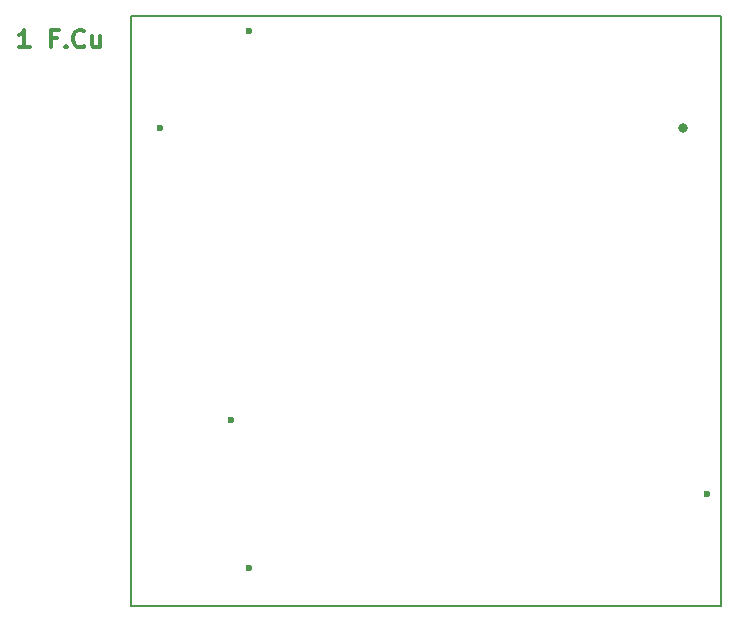
<source format=gtl>
%TF.GenerationSoftware,KiCad,Pcbnew,5.0.1*%
%TF.CreationDate,2019-03-19T22:32:44+01:00*%
%TF.ProjectId,Statikplatte,53746174696B706C617474652E6B6963,rev?*%
%TF.SameCoordinates,Original*%
%TF.FileFunction,Copper,L1,Top,Signal*%
%TF.FilePolarity,Positive*%
%FSLAX46Y46*%
G04 Gerber Fmt 4.6, Leading zero omitted, Abs format (unit mm)*
G04 Created by KiCad (PCBNEW 5.0.1) date Di 19 Mär 2019 22:32:44 CET*
%MOMM*%
%LPD*%
G01*
G04 APERTURE LIST*
%ADD10C,0.300000*%
%ADD11C,0.150000*%
%ADD12C,0.600000*%
%ADD13C,0.800000*%
G04 APERTURE END LIST*
D10*
X116428571Y-77678571D02*
X115571428Y-77678571D01*
X116000000Y-77678571D02*
X116000000Y-76178571D01*
X115857142Y-76392857D01*
X115714285Y-76535714D01*
X115571428Y-76607142D01*
X118714285Y-76892857D02*
X118214285Y-76892857D01*
X118214285Y-77678571D02*
X118214285Y-76178571D01*
X118928571Y-76178571D01*
X119500000Y-77535714D02*
X119571428Y-77607142D01*
X119500000Y-77678571D01*
X119428571Y-77607142D01*
X119500000Y-77535714D01*
X119500000Y-77678571D01*
X121071428Y-77535714D02*
X121000000Y-77607142D01*
X120785714Y-77678571D01*
X120642857Y-77678571D01*
X120428571Y-77607142D01*
X120285714Y-77464285D01*
X120214285Y-77321428D01*
X120142857Y-77035714D01*
X120142857Y-76821428D01*
X120214285Y-76535714D01*
X120285714Y-76392857D01*
X120428571Y-76250000D01*
X120642857Y-76178571D01*
X120785714Y-76178571D01*
X121000000Y-76250000D01*
X121071428Y-76321428D01*
X122357142Y-76678571D02*
X122357142Y-77678571D01*
X121714285Y-76678571D02*
X121714285Y-77464285D01*
X121785714Y-77607142D01*
X121928571Y-77678571D01*
X122142857Y-77678571D01*
X122285714Y-77607142D01*
X122357142Y-77535714D01*
D11*
X125000000Y-75000000D02*
X175000000Y-75000000D01*
X175000000Y-75000000D02*
X175000000Y-125000000D01*
X125000000Y-125000000D02*
X175000000Y-125000000D01*
X125000000Y-75000000D02*
X125000000Y-125000000D01*
D12*
X135000000Y-76250000D03*
X127500000Y-84500000D03*
X173750000Y-115500000D03*
X135000000Y-121750000D03*
D13*
X171750000Y-84500000D03*
D12*
X133500000Y-109250000D03*
M02*

</source>
